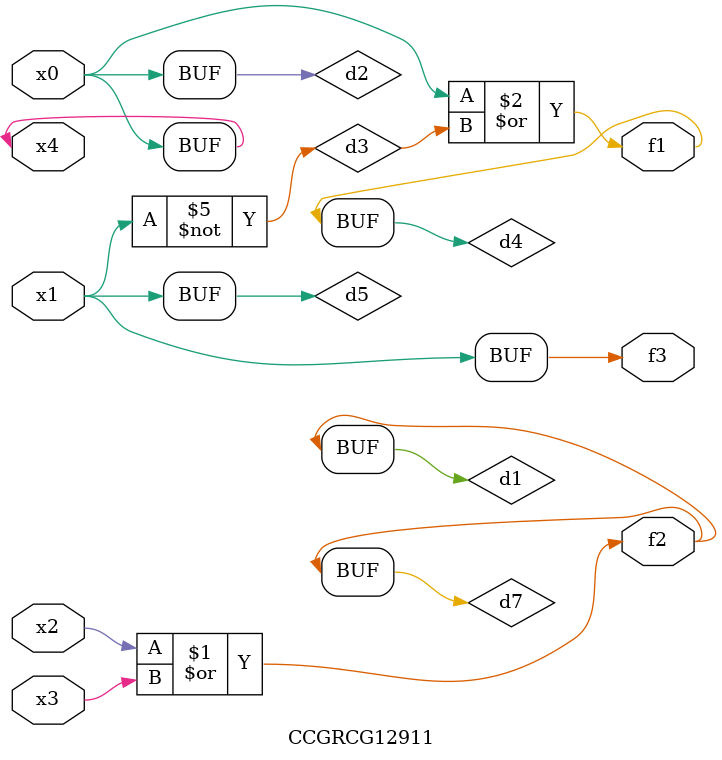
<source format=v>
module CCGRCG12911(
	input x0, x1, x2, x3, x4,
	output f1, f2, f3
);

	wire d1, d2, d3, d4, d5, d6, d7;

	or (d1, x2, x3);
	buf (d2, x0, x4);
	not (d3, x1);
	or (d4, d2, d3);
	not (d5, d3);
	nand (d6, d1, d3);
	or (d7, d1);
	assign f1 = d4;
	assign f2 = d7;
	assign f3 = d5;
endmodule

</source>
